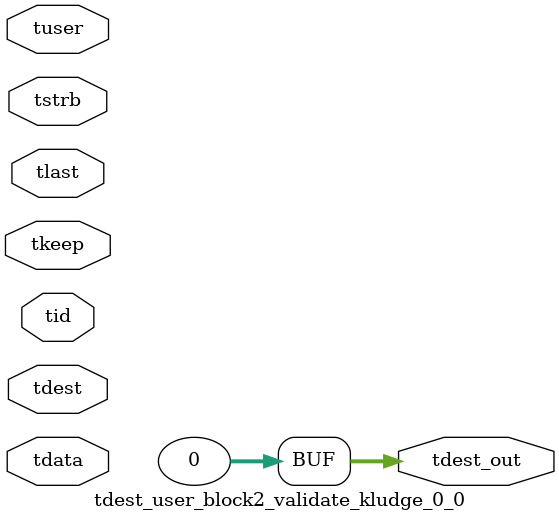
<source format=v>


`timescale 1ps/1ps

module tdest_user_block2_validate_kludge_0_0 #
(
parameter C_S_AXIS_TDATA_WIDTH = 32,
parameter C_S_AXIS_TUSER_WIDTH = 0,
parameter C_S_AXIS_TID_WIDTH   = 0,
parameter C_S_AXIS_TDEST_WIDTH = 0,
parameter C_M_AXIS_TDEST_WIDTH = 32
)
(
input  [(C_S_AXIS_TDATA_WIDTH == 0 ? 1 : C_S_AXIS_TDATA_WIDTH)-1:0     ] tdata,
input  [(C_S_AXIS_TUSER_WIDTH == 0 ? 1 : C_S_AXIS_TUSER_WIDTH)-1:0     ] tuser,
input  [(C_S_AXIS_TID_WIDTH   == 0 ? 1 : C_S_AXIS_TID_WIDTH)-1:0       ] tid,
input  [(C_S_AXIS_TDEST_WIDTH == 0 ? 1 : C_S_AXIS_TDEST_WIDTH)-1:0     ] tdest,
input  [(C_S_AXIS_TDATA_WIDTH/8)-1:0 ] tkeep,
input  [(C_S_AXIS_TDATA_WIDTH/8)-1:0 ] tstrb,
input                                                                    tlast,
output [C_M_AXIS_TDEST_WIDTH-1:0] tdest_out
);

assign tdest_out = {1'b0};

endmodule


</source>
